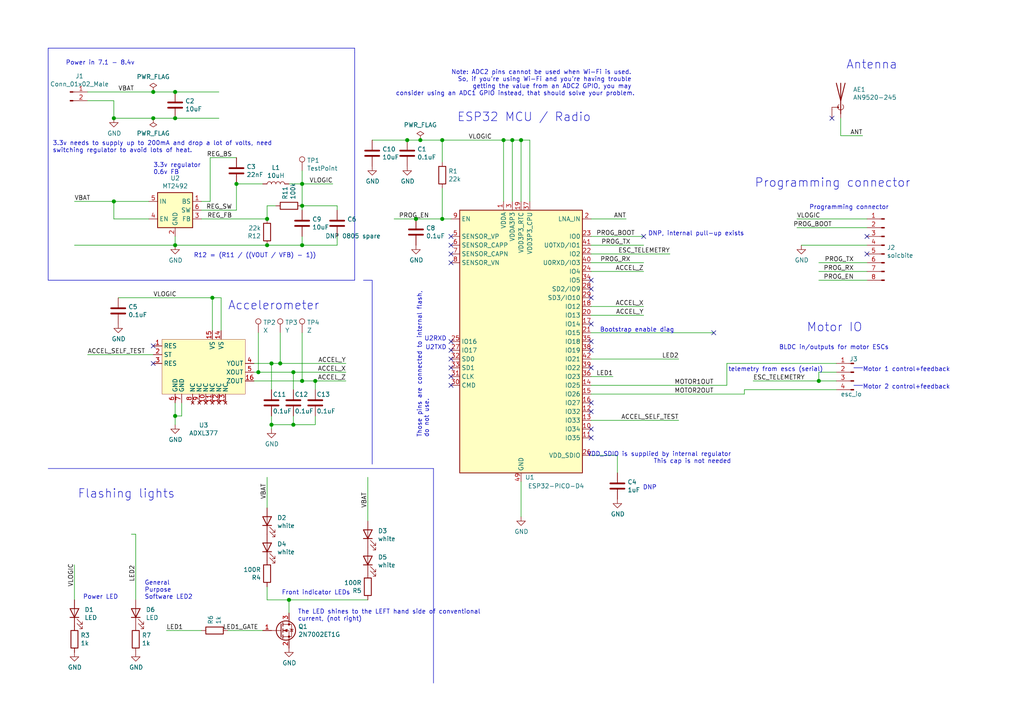
<source format=kicad_sch>
(kicad_sch (version 20201015) (generator eeschema)
  (page 1 1)
  (paper "A4")
  (title_block (title "Melty controller rev3") (date "2020-10-21"))
  (lib_symbols
    (symbol "Connector:Conn_01x04_Male" (pin_names hide)
      (property "Reference" "J" (at 0 5.08 0))
      (property "Value" "Conn_01x04_Male" (at 0 -7.62 0))
      (symbol "Conn_01x04_Male_1_1"
        (rectangle (start 0.8636 -4.953) (end 0 -5.207) (stroke (width 0.1524)) (fill (type outline)))
        (rectangle (start 0.8636 -2.413) (end 0 -2.667) (stroke (width 0.1524)) (fill (type outline)))
        (rectangle (start 0.8636 0.127) (end 0 -0.127) (stroke (width 0.1524)) (fill (type outline)))
        (rectangle (start 0.8636 2.667) (end 0 2.413) (stroke (width 0.1524)) (fill (type outline)))
        (polyline (pts (xy 1.27 -5.08) (xy 0.8636 -5.08)) (stroke (width 0.1524)))
        (polyline (pts (xy 1.27 -2.54) (xy 0.8636 -2.54)) (stroke (width 0.1524)))
        (polyline (pts (xy 1.27 0) (xy 0.8636 0)) (stroke (width 0.1524)))
        (polyline (pts (xy 1.27 2.54) (xy 0.8636 2.54)) (stroke (width 0.1524)))
        (pin passive line (at 5.08 2.54 180) (length 3.81) (name "Pin_1") (number "1"))
        (pin passive line (at 5.08 0 180) (length 3.81) (name "Pin_2") (number "2"))
        (pin passive line (at 5.08 -2.54 180) (length 3.81) (name "Pin_3") (number "3"))
        (pin passive line (at 5.08 -5.08 180) (length 3.81) (name "Pin_4") (number "4"))
      )
    )
    (symbol "Connector:Conn_01x08_Male" (pin_names hide)
      (property "Reference" "J" (at 0 10.16 0))
      (property "Value" "Conn_01x08_Male" (at 0 -12.7 0))
      (symbol "Conn_01x08_Male_1_1"
        (rectangle (start 0.8636 -10.033) (end 0 -10.287) (stroke (width 0.1524)) (fill (type outline)))
        (rectangle (start 0.8636 -7.493) (end 0 -7.747) (stroke (width 0.1524)) (fill (type outline)))
        (rectangle (start 0.8636 -4.953) (end 0 -5.207) (stroke (width 0.1524)) (fill (type outline)))
        (rectangle (start 0.8636 -2.413) (end 0 -2.667) (stroke (width 0.1524)) (fill (type outline)))
        (rectangle (start 0.8636 0.127) (end 0 -0.127) (stroke (width 0.1524)) (fill (type outline)))
        (rectangle (start 0.8636 2.667) (end 0 2.413) (stroke (width 0.1524)) (fill (type outline)))
        (rectangle (start 0.8636 5.207) (end 0 4.953) (stroke (width 0.1524)) (fill (type outline)))
        (rectangle (start 0.8636 7.747) (end 0 7.493) (stroke (width 0.1524)) (fill (type outline)))
        (polyline (pts (xy 1.27 -10.16) (xy 0.8636 -10.16)) (stroke (width 0.1524)))
        (polyline (pts (xy 1.27 -7.62) (xy 0.8636 -7.62)) (stroke (width 0.1524)))
        (polyline (pts (xy 1.27 -5.08) (xy 0.8636 -5.08)) (stroke (width 0.1524)))
        (polyline (pts (xy 1.27 -2.54) (xy 0.8636 -2.54)) (stroke (width 0.1524)))
        (polyline (pts (xy 1.27 0) (xy 0.8636 0)) (stroke (width 0.1524)))
        (polyline (pts (xy 1.27 2.54) (xy 0.8636 2.54)) (stroke (width 0.1524)))
        (polyline (pts (xy 1.27 5.08) (xy 0.8636 5.08)) (stroke (width 0.1524)))
        (polyline (pts (xy 1.27 7.62) (xy 0.8636 7.62)) (stroke (width 0.1524)))
        (pin passive line (at 5.08 7.62 180) (length 3.81) (name "Pin_1") (number "1"))
        (pin passive line (at 5.08 5.08 180) (length 3.81) (name "Pin_2") (number "2"))
        (pin passive line (at 5.08 2.54 180) (length 3.81) (name "Pin_3") (number "3"))
        (pin passive line (at 5.08 0 180) (length 3.81) (name "Pin_4") (number "4"))
        (pin passive line (at 5.08 -2.54 180) (length 3.81) (name "Pin_5") (number "5"))
        (pin passive line (at 5.08 -5.08 180) (length 3.81) (name "Pin_6") (number "6"))
        (pin passive line (at 5.08 -7.62 180) (length 3.81) (name "Pin_7") (number "7"))
        (pin passive line (at 5.08 -10.16 180) (length 3.81) (name "Pin_8") (number "8"))
      )
    )
    (symbol "Connector:TestPoint" (pin_numbers hide) (pin_names (offset 0.762) hide)
      (property "Reference" "TP" (at 0 6.858 0))
      (property "Value" "TestPoint" (at 0 5.08 0))
      (symbol "TestPoint_0_1"
        (circle (center 0 3.302) (radius 0.762))
      )
      (symbol "TestPoint_1_1"
        (pin passive line (at 0 0 90) (length 2.54) (name "1") (number "1"))
      )
    )
    (symbol "Device:Antenna_Shield" (pin_numbers hide) (pin_names hide)
      (property "Reference" "AE" (at -1.905 4.445 0))
      (property "Value" "Antenna_Shield" (at -1.905 2.54 0))
      (symbol "Antenna_Shield_0_1"
        (arc (start 0 -2.667) (end -0.508 -1.143) (radius (at -0.0254 -1.8542) (length 0.8128) (angles -88.2 124.2)))
        (arc (start 0 -2.667) (end 0.508 -1.143) (radius (at 0.0254 -1.8542) (length 0.8128) (angles -91.8 55.8)))
        (circle (center 0.762 -1.905) (radius 0.1778) (fill (type outline)))
        (polyline (pts (xy 0 -2.54) (xy 0 0)))
        (polyline (pts (xy 0 5.08) (xy 0 -3.81)) (stroke (width 0.254)))
        (polyline (pts (xy 0.762 -1.905) (xy 2.54 -1.905)))
        (polyline (pts (xy 2.54 -2.54) (xy 2.54 -1.905)))
        (polyline (pts (xy 1.27 5.08) (xy 0 0) (xy -1.27 5.08)) (stroke (width 0.254)))
      )
      (symbol "Antenna_Shield_1_1"
        (pin input line (at 0 -5.08 90) (length 2.54) (name "A") (number "1"))
        (pin input line (at 2.54 -5.08 90) (length 2.54) (name "Shield") (number "2"))
      )
    )
    (symbol "Device:C" (pin_numbers hide) (pin_names (offset 0.254))
      (property "Reference" "C" (at 0.635 2.54 0))
      (property "Value" "C" (at 0.635 -2.54 0))
      (symbol "C_0_1"
        (polyline (pts (xy -2.032 -0.762) (xy 2.032 -0.762)) (stroke (width 0.508)))
        (polyline (pts (xy -2.032 0.762) (xy 2.032 0.762)) (stroke (width 0.508)))
      )
      (symbol "C_1_1"
        (pin passive line (at 0 3.81 270) (length 2.794) (name "~") (number "1"))
        (pin passive line (at 0 -3.81 90) (length 2.794) (name "~") (number "2"))
      )
    )
    (symbol "Device:L" (pin_numbers hide) (pin_names hide)
      (property "Reference" "L" (at -1.27 0 90))
      (property "Value" "L" (at 1.905 0 90))
      (symbol "L_0_1"
        (arc (start 0 -2.54) (end 0 -1.27) (radius (at 0 -1.905) (length 0.635) (angles -89.9 89.9)))
        (arc (start 0 -1.27) (end 0 0) (radius (at 0 -0.635) (length 0.635) (angles -89.9 89.9)))
        (arc (start 0 0) (end 0 1.27) (radius (at 0 0.635) (length 0.635) (angles -89.9 89.9)))
        (arc (start 0 1.27) (end 0 2.54) (radius (at 0 1.905) (length 0.635) (angles -89.9 89.9)))
      )
      (symbol "L_1_1"
        (pin passive line (at 0 3.81 270) (length 1.27) (name "1") (number "1"))
        (pin passive line (at 0 -3.81 90) (length 1.27) (name "2") (number "2"))
      )
    )
    (symbol "Device:LED" (pin_numbers hide) (pin_names hide)
      (property "Reference" "D" (at 0 2.54 0))
      (property "Value" "LED" (at 0 -2.54 0))
      (symbol "LED_0_1"
        (polyline (pts (xy -1.27 -1.27) (xy -1.27 1.27)) (stroke (width 0.254)))
        (polyline (pts (xy -1.27 0) (xy 1.27 0)))
        (polyline (pts (xy 1.27 -1.27) (xy 1.27 1.27) (xy -1.27 0) (xy 1.27 -1.27)) (stroke (width 0.254)))
        (polyline (pts (xy -3.048 -0.762) (xy -4.572 -2.286) (xy -3.81 -2.286) (xy -4.572 -2.286) (xy -4.572 -1.524)))
        (polyline (pts (xy -1.778 -0.762) (xy -3.302 -2.286) (xy -2.54 -2.286) (xy -3.302 -2.286) (xy -3.302 -1.524)))
      )
      (symbol "LED_1_1"
        (pin passive line (at -3.81 0 0) (length 2.54) (name "K") (number "1"))
        (pin passive line (at 3.81 0 180) (length 2.54) (name "A") (number "2"))
      )
    )
    (symbol "Device:R" (pin_numbers hide) (pin_names (offset 0))
      (property "Reference" "R" (at 2.032 0 90))
      (property "Value" "R" (at 0 0 90))
      (symbol "R_0_1"
        (rectangle (start -1.016 -2.54) (end 1.016 2.54) (stroke (width 0.254)))
      )
      (symbol "R_1_1"
        (pin passive line (at 0 3.81 270) (length 1.27) (name "~") (number "1"))
        (pin passive line (at 0 -3.81 90) (length 1.27) (name "~") (number "2"))
      )
    )
    (symbol "RF_Module:ESP32-PICO-D4"
      (property "Reference" "U" (at -17.78 39.37 0))
      (property "Value" "ESP32-PICO-D4" (at 3.81 39.37 0))
      (symbol "ESP32-PICO-D4_0_1"
        (rectangle (start -17.78 38.1) (end 17.78 -38.1) (stroke (width 0.254)) (fill (type background)))
      )
      (symbol "ESP32-PICO-D4_0_0"
        (pin power_in line (at -5.08 40.64 270) (length 2.54) (name "VDDA") (number "1"))
        (pin input line (at 20.32 -25.4 180) (length 2.54) (name "IO34") (number "10"))
        (pin input line (at 20.32 -27.94 180) (length 2.54) (name "IO35") (number "11"))
        (pin bidirectional line (at 20.32 -20.32 180) (length 2.54) (name "IO32") (number "12"))
        (pin bidirectional line (at 20.32 -22.86 180) (length 2.54) (name "IO33") (number "13"))
        (pin bidirectional line (at 20.32 -12.7 180) (length 2.54) (name "IO25") (number "14"))
        (pin bidirectional line (at 20.32 -15.24 180) (length 2.54) (name "IO26") (number "15"))
        (pin bidirectional line (at 20.32 -17.78 180) (length 2.54) (name "IO27") (number "16"))
        (pin bidirectional line (at 20.32 5.08 180) (length 2.54) (name "IO14") (number "17"))
        (pin bidirectional line (at 20.32 10.16 180) (length 2.54) (name "IO12") (number "18"))
        (pin power_in line (at 0 40.64 270) (length 2.54) (name "VDD3P3_RTC") (number "19"))
        (pin bidirectional line (at 20.32 35.56 180) (length 2.54) (name "LNA_IN") (number "2"))
        (pin bidirectional line (at 20.32 7.62 180) (length 2.54) (name "IO13") (number "20"))
        (pin bidirectional line (at 20.32 2.54 180) (length 2.54) (name "IO15") (number "21"))
        (pin bidirectional line (at 20.32 25.4 180) (length 2.54) (name "IO2") (number "22"))
        (pin bidirectional line (at 20.32 30.48 180) (length 2.54) (name "IO0") (number "23"))
        (pin bidirectional line (at 20.32 20.32 180) (length 2.54) (name "IO4") (number "24"))
        (pin bidirectional line (at -20.32 0 0) (length 2.54) (name "IO16") (number "25"))
        (pin power_out line (at 20.32 -33.02 180) (length 2.54) (name "VDD_SDIO") (number "26"))
        (pin bidirectional line (at -20.32 -2.54 0) (length 2.54) (name "IO17") (number "27"))
        (pin bidirectional line (at 20.32 15.24 180) (length 2.54) (name "SD2/IO9") (number "28"))
        (pin bidirectional line (at 20.32 12.7 180) (length 2.54) (name "SD3/IO10") (number "29"))
        (pin power_in line (at -2.54 40.64 270) (length 2.54) (name "VDDA3P3") (number "3"))
        (pin bidirectional line (at -20.32 -12.7 0) (length 2.54) (name "CMD") (number "30"))
        (pin bidirectional line (at -20.32 -10.16 0) (length 2.54) (name "CLK") (number "31"))
        (pin bidirectional line (at -20.32 -5.08 0) (length 2.54) (name "SD0") (number "32"))
        (pin bidirectional line (at -20.32 -7.62 0) (length 2.54) (name "SD1") (number "33"))
        (pin bidirectional line (at 20.32 17.78 180) (length 2.54) (name "IO5") (number "34"))
        (pin bidirectional line (at 20.32 0 180) (length 2.54) (name "IO18") (number "35"))
        (pin bidirectional line (at 20.32 -10.16 180) (length 2.54) (name "IO23") (number "36"))
        (pin power_in line (at 2.54 40.64 270) (length 2.54) (name "VDD3P3_CPU") (number "37"))
        (pin bidirectional line (at 20.32 -2.54 180) (length 2.54) (name "IO19") (number "38"))
        (pin bidirectional line (at 20.32 -7.62 180) (length 2.54) (name "IO22") (number "39"))
        (pin passive line (at -2.54 40.64 270) (length 2.54) hide (name "VDDA3P3") (number "4"))
        (pin bidirectional line (at 20.32 22.86 180) (length 2.54) (name "U0RXD/IO3") (number "40"))
        (pin bidirectional line (at 20.32 27.94 180) (length 2.54) (name "U0TXD/IO1") (number "41"))
        (pin bidirectional line (at 20.32 -5.08 180) (length 2.54) (name "IO21") (number "42"))
        (pin passive line (at -5.08 40.64 270) (length 2.54) hide (name "VDDA") (number "43"))
        (pin unconnected line (at -17.78 -25.4 0) (length 2.54) hide (name "XTAL_N_NC") (number "44"))
        (pin unconnected line (at -17.78 -27.94 0) (length 2.54) hide (name "XTAL_P_NC") (number "45"))
        (pin passive line (at -5.08 40.64 270) (length 2.54) hide (name "VDDA") (number "46"))
        (pin unconnected line (at -17.78 -30.48 0) (length 2.54) hide (name "CAP2_NC") (number "47"))
        (pin unconnected line (at -17.78 -33.02 0) (length 2.54) hide (name "CAP1_NC") (number "48"))
        (pin power_in line (at 0 -40.64 90) (length 2.54) (name "GND") (number "49"))
        (pin input line (at -20.32 30.48 0) (length 2.54) (name "SENSOR_VP") (number "5"))
        (pin input line (at -20.32 27.94 0) (length 2.54) (name "SENSOR_CAPP") (number "6"))
        (pin input line (at -20.32 25.4 0) (length 2.54) (name "SENSOR_CAPN") (number "7"))
        (pin input line (at -20.32 22.86 0) (length 2.54) (name "SENSOR_VN") (number "8"))
        (pin input line (at -20.32 35.56 0) (length 2.54) (name "EN") (number "9"))
      )
    )
    (symbol "Transistor_FET:AO3400A" (pin_names hide)
      (property "Reference" "Q" (at 5.08 1.905 0))
      (property "Value" "AO3400A" (at 5.08 0 0))
      (symbol "AO3400A_0_1"
        (circle (center 1.651 0) (radius 2.794) (stroke (width 0.254)))
        (circle (center 2.54 -1.778) (radius 0.254) (fill (type outline)))
        (circle (center 2.54 1.778) (radius 0.254) (fill (type outline)))
        (polyline (pts (xy 0.254 0) (xy -2.54 0)))
        (polyline (pts (xy 0.254 1.905) (xy 0.254 -1.905)) (stroke (width 0.254)))
        (polyline (pts (xy 0.762 -1.27) (xy 0.762 -2.286)) (stroke (width 0.254)))
        (polyline (pts (xy 0.762 0.508) (xy 0.762 -0.508)) (stroke (width 0.254)))
        (polyline (pts (xy 0.762 2.286) (xy 0.762 1.27)) (stroke (width 0.254)))
        (polyline (pts (xy 2.54 2.54) (xy 2.54 1.778)))
        (polyline (pts (xy 2.54 -2.54) (xy 2.54 0) (xy 0.762 0)))
        (polyline (pts (xy 0.762 -1.778) (xy 3.302 -1.778) (xy 3.302 1.778) (xy 0.762 1.778)))
        (polyline (pts (xy 1.016 0) (xy 2.032 0.381) (xy 2.032 -0.381) (xy 1.016 0)) (fill (type outline)))
        (polyline (pts (xy 2.794 0.508) (xy 2.921 0.381) (xy 3.683 0.381) (xy 3.81 0.254)))
        (polyline (pts (xy 3.302 0.381) (xy 2.921 -0.254) (xy 3.683 -0.254) (xy 3.302 0.381)))
      )
      (symbol "AO3400A_1_1"
        (pin input line (at -5.08 0 0) (length 2.54) (name "G") (number "1"))
        (pin passive line (at 2.54 -5.08 90) (length 2.54) (name "S") (number "2"))
        (pin passive line (at 2.54 5.08 270) (length 2.54) (name "D") (number "3"))
      )
    )
    (symbol "malenki-nano-rescue:Conn_01x02_Male-Connector" (pin_names hide)
      (property "Reference" "J" (at 0 2.54 0))
      (property "Value" "Conn_01x02_Male-Connector" (at 0 -5.08 0))
      (symbol "Conn_01x02_Male-Connector_1_1"
        (rectangle (start 0.8636 -2.413) (end 0 -2.667) (fill (type outline)))
        (rectangle (start 0.8636 0.127) (end 0 -0.127) (fill (type outline)))
        (polyline (pts (xy 1.27 -2.54) (xy 0.8636 -2.54)))
        (polyline (pts (xy 1.27 0) (xy 0.8636 0)))
        (pin passive line (at 5.08 0 180) (length 3.81) (name "Pin_1") (number "1"))
        (pin passive line (at 5.08 -2.54 180) (length 3.81) (name "Pin_2") (number "2"))
      )
    )
    (symbol "malenki-nano-rescue:GND-power" (power) (pin_names (offset 0))
      (property "Value" "GND-power" (at 0 -3.81 0))
      (symbol "GND-power_0_1"
        (polyline (pts (xy 0 0) (xy 0 -1.27) (xy 1.27 -1.27) (xy 0 -2.54) (xy -1.27 -1.27) (xy 0 -1.27)))
      )
      (symbol "GND-power_1_1"
        (pin power_in line (at 0 0 270) (length 0) hide (name "GND") (number "1"))
      )
    )
    (symbol "malenki-nano-rescue:PWR_FLAG-power" (power) (pin_numbers hide) (pin_names (offset 0) hide)
      (property "Value" "PWR_FLAG-power" (at 0 3.81 0))
      (symbol "PWR_FLAG-power_0_1"
        (polyline (pts (xy 0 0) (xy 0 1.27) (xy -1.016 1.905) (xy 0 2.54) (xy 1.016 1.905) (xy 0 1.27)))
      )
      (symbol "PWR_FLAG-power_0_0"
        (pin power_out line (at 0 0 90) (length 0) (name "pwr") (number "1"))
      )
    )
    (symbol "melty1:ADXL377"
      (property "Reference" "U" (at 0 -8.89 0))
      (property "Value" "ADXL377" (at 1.27 5.08 0))
      (symbol "ADXL377_0_1"
        (rectangle (start -6.35 3.175) (end 17.78 -12.7) (stroke (width 0.001)) (fill (type background)))
      )
      (symbol "ADXL377_1_1"
        (pin input line (at -8.89 1.27 0) (length 2.54) (name "RES") (number "1"))
        (pin input line (at -8.89 -1.27 0) (length 2.54) (name "ST") (number "2"))
        (pin input line (at -8.89 -3.81 0) (length 2.54) (name "RES") (number "3"))
        (pin output line (at 20.32 -3.81 180) (length 2.54) (name "YOUT") (number "4"))
        (pin output line (at 20.32 -6.35 180) (length 2.54) (name "XOUT") (number "5"))
        (pin power_in line (at -2.54 -15.24 90) (length 2.54) (name "GND") (number "6"))
        (pin power_in line (at -0.635 -15.24 90) (length 2.54) (name "GND") (number "7"))
        (pin unconnected line (at 2.54 -15.24 90) (length 2.54) (name "NC") (number "8"))
        (pin unconnected line (at 4.445 -15.24 90) (length 2.54) (name "NC") (number "9"))
        (pin unconnected line (at 6.35 -15.24 90) (length 2.54) (name "NC") (number "10"))
        (pin unconnected line (at 8.255 -15.24 90) (length 2.54) (name "NC") (number "11"))
        (pin unconnected line (at 10.16 -15.24 90) (length 2.54) (name "NC") (number "12"))
        (pin unconnected line (at 12.065 -15.24 90) (length 2.54) (name "NC") (number "13"))
        (pin power_in line (at 10.795 5.715 270) (length 2.54) (name "VS") (number "14"))
        (pin power_in line (at 8.255 5.715 270) (length 2.54) (name "VS") (number "15"))
        (pin output line (at 20.32 -8.89 180) (length 2.54) (name "ZOUT") (number "16"))
      )
    )
    (symbol "melty1:MT2492"
      (property "Reference" "U" (at -2.54 8.89 0))
      (property "Value" "MT2492" (at -3.81 6.35 0))
      (symbol "MT2492_0_1"
        (rectangle (start -5.08 5.08) (end 5.08 -5.08) (stroke (width 0.254)) (fill (type background)))
      )
      (symbol "MT2492_1_1"
        (pin passive line (at 7.62 2.54 180) (length 2.54) (name "BS") (number "1"))
        (pin power_in line (at 0 -7.62 90) (length 2.54) (name "GND") (number "2"))
        (pin input line (at 7.62 -2.54 180) (length 2.54) (name "FB") (number "3"))
        (pin input line (at -7.62 -2.54 0) (length 2.54) (name "EN") (number "4"))
        (pin power_in line (at -7.62 2.54 0) (length 2.54) (name "IN") (number "5"))
        (pin power_out line (at 7.62 0 180) (length 2.54) (name "SW") (number "6"))
      )
    )
    (symbol "power:GND" (power) (pin_names (offset 0))
      (property "Value" "GND" (at 0 -3.81 0))
      (symbol "GND_0_1"
        (polyline (pts (xy 0 0) (xy 0 -1.27) (xy 1.27 -1.27) (xy 0 -2.54) (xy -1.27 -1.27) (xy 0 -1.27)))
      )
      (symbol "GND_1_1"
        (pin power_in line (at 0 0 270) (length 0) hide (name "GND") (number "1"))
      )
    )
  )
  (junction (at 33.02 34.29) (diameter 1.016))
  (junction (at 33.02 58.42) (diameter 1.016))
  (junction (at 44.45 26.67) (diameter 1.016))
  (junction (at 44.45 34.29) (diameter 1.016))
  (junction (at 50.8 26.67) (diameter 1.016))
  (junction (at 50.8 34.29) (diameter 1.016))
  (junction (at 50.8 71.12) (diameter 1.016))
  (junction (at 50.8 120.65) (diameter 1.016))
  (junction (at 61.595 86.36) (diameter 1.016))
  (junction (at 68.58 53.34) (diameter 1.016))
  (junction (at 74.93 107.95) (diameter 1.016))
  (junction (at 77.47 63.5) (diameter 1.016))
  (junction (at 77.47 71.12) (diameter 1.016))
  (junction (at 78.74 105.41) (diameter 1.016))
  (junction (at 78.74 123.19) (diameter 1.016))
  (junction (at 81.28 105.41) (diameter 1.016))
  (junction (at 83.82 173.99) (diameter 1.016))
  (junction (at 85.09 107.95) (diameter 1.016))
  (junction (at 85.09 123.19) (diameter 1.016))
  (junction (at 87.63 53.34) (diameter 1.016))
  (junction (at 87.63 59.69) (diameter 1.016))
  (junction (at 87.63 71.12) (diameter 1.016))
  (junction (at 87.63 110.49) (diameter 1.016))
  (junction (at 91.44 110.49) (diameter 1.016))
  (junction (at 118.11 40.64) (diameter 1.016))
  (junction (at 120.65 63.5) (diameter 1.016))
  (junction (at 121.92 40.64) (diameter 1.016))
  (junction (at 128.27 40.64) (diameter 1.016))
  (junction (at 128.27 63.5) (diameter 1.016))
  (junction (at 146.05 40.64) (diameter 1.016))
  (junction (at 148.59 40.64) (diameter 1.016))
  (junction (at 151.13 40.64) (diameter 1.016))
  (junction (at 237.49 110.49) (diameter 1.016))
  (no_connect (at 241.3 34.29))
  (no_connect (at 44.45 100.33))
  (no_connect (at 130.81 68.58))
  (no_connect (at 171.45 119.38))
  (no_connect (at 186.69 68.58))
  (no_connect (at 130.81 73.66))
  (no_connect (at 207.01 96.52))
  (no_connect (at 130.81 106.68))
  (no_connect (at 130.81 76.2))
  (no_connect (at 130.81 111.76))
  (no_connect (at 44.45 105.41))
  (no_connect (at 130.81 101.6))
  (no_connect (at 171.45 99.06))
  (no_connect (at 171.45 116.84))
  (no_connect (at 130.81 99.06))
  (no_connect (at 171.45 81.28))
  (no_connect (at 171.45 83.82))
  (no_connect (at 130.81 109.22))
  (no_connect (at 171.45 127))
  (no_connect (at 171.45 106.68))
  (no_connect (at 171.45 86.36))
  (no_connect (at 171.45 124.46))
  (no_connect (at 171.45 101.6))
  (no_connect (at 130.81 104.14))
  (no_connect (at 171.45 93.98))
  (no_connect (at 130.81 71.12))
  (no_connect (at 251.46 68.58))
  (no_connect (at 251.46 73.66))
  (wire (pts (xy 21.59 58.42) (xy 33.02 58.42)))
  (wire (pts (xy 21.59 71.12) (xy 50.8 71.12)))
  (wire (pts (xy 21.59 163.83) (xy 21.59 173.99)))
  (wire (pts (xy 25.4 26.67) (xy 44.45 26.67)))
  (wire (pts (xy 25.4 29.21) (xy 33.02 29.21)))
  (wire (pts (xy 25.4 102.87) (xy 44.45 102.87)))
  (wire (pts (xy 33.02 29.21) (xy 33.02 34.29)))
  (wire (pts (xy 33.02 34.29) (xy 44.45 34.29)))
  (wire (pts (xy 33.02 58.42) (xy 33.02 63.5)))
  (wire (pts (xy 33.02 58.42) (xy 43.18 58.42)))
  (wire (pts (xy 38.1 154.94) (xy 39.37 154.94)))
  (wire (pts (xy 39.37 173.99) (xy 39.37 154.94)))
  (wire (pts (xy 43.18 63.5) (xy 33.02 63.5)))
  (wire (pts (xy 44.45 26.67) (xy 50.8 26.67)))
  (wire (pts (xy 44.45 34.29) (xy 50.8 34.29)))
  (wire (pts (xy 48.26 182.88) (xy 58.42 182.88)))
  (wire (pts (xy 50.8 26.67) (xy 63.5 26.67)))
  (wire (pts (xy 50.8 34.29) (xy 63.5 34.29)))
  (wire (pts (xy 50.8 71.12) (xy 50.8 68.58)))
  (wire (pts (xy 50.8 71.12) (xy 77.47 71.12)))
  (wire (pts (xy 50.8 116.84) (xy 50.8 120.65)))
  (wire (pts (xy 50.8 120.65) (xy 50.8 123.19)))
  (wire (pts (xy 52.705 116.84) (xy 52.705 120.65)))
  (wire (pts (xy 52.705 120.65) (xy 50.8 120.65)))
  (wire (pts (xy 58.42 58.42) (xy 60.96 58.42)))
  (wire (pts (xy 58.42 60.96) (xy 68.58 60.96)))
  (wire (pts (xy 58.42 63.5) (xy 77.47 63.5)))
  (wire (pts (xy 60.96 45.72) (xy 68.58 45.72)))
  (wire (pts (xy 60.96 58.42) (xy 60.96 45.72)))
  (wire (pts (xy 61.595 86.36) (xy 34.29 86.36)))
  (wire (pts (xy 61.595 86.36) (xy 61.595 95.885)))
  (wire (pts (xy 64.135 86.36) (xy 61.595 86.36)))
  (wire (pts (xy 64.135 95.885) (xy 64.135 86.36)))
  (wire (pts (xy 66.04 182.88) (xy 76.2 182.88)))
  (wire (pts (xy 68.58 53.34) (xy 68.58 60.96)))
  (wire (pts (xy 68.58 53.34) (xy 76.2 53.34)))
  (wire (pts (xy 73.66 105.41) (xy 78.74 105.41)))
  (wire (pts (xy 73.66 107.95) (xy 74.93 107.95)))
  (wire (pts (xy 73.66 110.49) (xy 87.63 110.49)))
  (wire (pts (xy 74.93 96.52) (xy 74.93 107.95)))
  (wire (pts (xy 74.93 107.95) (xy 85.09 107.95)))
  (wire (pts (xy 77.47 59.69) (xy 77.47 63.5)))
  (wire (pts (xy 77.47 71.12) (xy 87.63 71.12)))
  (wire (pts (xy 77.47 138.43) (xy 77.47 147.32)))
  (wire (pts (xy 77.47 170.18) (xy 77.47 173.99)))
  (wire (pts (xy 77.47 173.99) (xy 83.82 173.99)))
  (wire (pts (xy 78.74 105.41) (xy 78.74 113.03)))
  (wire (pts (xy 78.74 105.41) (xy 81.28 105.41)))
  (wire (pts (xy 78.74 120.65) (xy 78.74 123.19)))
  (wire (pts (xy 78.74 123.19) (xy 78.74 124.46)))
  (wire (pts (xy 80.01 59.69) (xy 77.47 59.69)))
  (wire (pts (xy 81.28 96.52) (xy 81.28 105.41)))
  (wire (pts (xy 81.28 105.41) (xy 100.33 105.41)))
  (wire (pts (xy 83.82 53.34) (xy 87.63 53.34)))
  (wire (pts (xy 83.82 173.99) (xy 83.82 177.8)))
  (wire (pts (xy 83.82 173.99) (xy 106.68 173.99)))
  (wire (pts (xy 85.09 107.95) (xy 85.09 113.03)))
  (wire (pts (xy 85.09 107.95) (xy 100.33 107.95)))
  (wire (pts (xy 85.09 120.65) (xy 85.09 123.19)))
  (wire (pts (xy 85.09 123.19) (xy 78.74 123.19)))
  (wire (pts (xy 87.63 49.53) (xy 87.63 53.34)))
  (wire (pts (xy 87.63 53.34) (xy 87.63 59.69)))
  (wire (pts (xy 87.63 53.34) (xy 96.52 53.34)))
  (wire (pts (xy 87.63 59.69) (xy 87.63 60.96)))
  (wire (pts (xy 87.63 59.69) (xy 97.79 59.69)))
  (wire (pts (xy 87.63 71.12) (xy 87.63 68.58)))
  (wire (pts (xy 87.63 71.12) (xy 97.79 71.12)))
  (wire (pts (xy 87.63 96.52) (xy 87.63 110.49)))
  (wire (pts (xy 87.63 110.49) (xy 91.44 110.49)))
  (wire (pts (xy 91.44 110.49) (xy 91.44 113.03)))
  (wire (pts (xy 91.44 110.49) (xy 100.33 110.49)))
  (wire (pts (xy 91.44 120.65) (xy 91.44 123.19)))
  (wire (pts (xy 91.44 123.19) (xy 85.09 123.19)))
  (wire (pts (xy 97.79 60.96) (xy 97.79 59.69)))
  (wire (pts (xy 97.79 71.12) (xy 97.79 68.58)))
  (wire (pts (xy 106.68 138.43) (xy 106.68 151.13)))
  (wire (pts (xy 107.95 40.64) (xy 118.11 40.64)))
  (wire (pts (xy 114.3 63.5) (xy 120.65 63.5)))
  (wire (pts (xy 120.65 63.5) (xy 128.27 63.5)))
  (wire (pts (xy 121.92 40.64) (xy 118.11 40.64)))
  (wire (pts (xy 128.27 40.64) (xy 121.92 40.64)))
  (wire (pts (xy 128.27 40.64) (xy 128.27 46.99)))
  (wire (pts (xy 128.27 63.5) (xy 128.27 54.61)))
  (wire (pts (xy 130.81 63.5) (xy 128.27 63.5)))
  (wire (pts (xy 146.05 40.64) (xy 128.27 40.64)))
  (wire (pts (xy 146.05 58.42) (xy 146.05 40.64)))
  (wire (pts (xy 148.59 40.64) (xy 146.05 40.64)))
  (wire (pts (xy 148.59 40.64) (xy 148.59 58.42)))
  (wire (pts (xy 151.13 40.64) (xy 148.59 40.64)))
  (wire (pts (xy 151.13 40.64) (xy 151.13 58.42)))
  (wire (pts (xy 151.13 139.7) (xy 151.13 149.86)))
  (wire (pts (xy 153.67 40.64) (xy 151.13 40.64)))
  (wire (pts (xy 153.67 58.42) (xy 153.67 40.64)))
  (wire (pts (xy 171.45 63.5) (xy 181.61 63.5)))
  (wire (pts (xy 171.45 68.58) (xy 186.69 68.58)))
  (wire (pts (xy 171.45 71.12) (xy 186.69 71.12)))
  (wire (pts (xy 171.45 73.66) (xy 194.31 73.66)))
  (wire (pts (xy 171.45 76.2) (xy 186.69 76.2)))
  (wire (pts (xy 171.45 78.74) (xy 186.69 78.74)))
  (wire (pts (xy 171.45 88.9) (xy 186.69 88.9)))
  (wire (pts (xy 171.45 91.44) (xy 186.69 91.44)))
  (wire (pts (xy 171.45 96.52) (xy 207.01 96.52)))
  (wire (pts (xy 171.45 104.14) (xy 196.85 104.14)))
  (wire (pts (xy 171.45 109.22) (xy 177.8 109.22)))
  (wire (pts (xy 171.45 111.76) (xy 210.82 111.76)))
  (wire (pts (xy 171.45 114.3) (xy 215.9 114.3)))
  (wire (pts (xy 171.45 121.92) (xy 196.85 121.92)))
  (wire (pts (xy 171.45 132.08) (xy 179.07 132.08)))
  (wire (pts (xy 179.07 132.08) (xy 179.07 137.16)))
  (wire (pts (xy 210.82 105.41) (xy 242.57 105.41)))
  (wire (pts (xy 210.82 111.76) (xy 210.82 105.41)))
  (wire (pts (xy 215.9 113.03) (xy 215.9 114.3)))
  (wire (pts (xy 218.44 110.49) (xy 237.49 110.49)))
  (wire (pts (xy 231.14 63.5) (xy 251.46 63.5)))
  (wire (pts (xy 231.14 66.04) (xy 251.46 66.04)))
  (wire (pts (xy 232.41 71.12) (xy 251.46 71.12)))
  (wire (pts (xy 237.49 76.2) (xy 251.46 76.2)))
  (wire (pts (xy 237.49 78.74) (xy 251.46 78.74)))
  (wire (pts (xy 237.49 81.28) (xy 251.46 81.28)))
  (wire (pts (xy 237.49 107.95) (xy 237.49 110.49)))
  (wire (pts (xy 237.49 110.49) (xy 242.57 110.49)))
  (wire (pts (xy 242.57 107.95) (xy 237.49 107.95)))
  (wire (pts (xy 242.57 113.03) (xy 215.9 113.03)))
  (wire (pts (xy 243.84 39.37) (xy 243.84 34.29)))
  (wire (pts (xy 250.19 39.37) (xy 243.84 39.37)))
  (polyline (pts (xy 13.97 13.97) (xy 102.87 13.97)) (stroke (width 0) (type solid)))
  (polyline (pts (xy 13.97 81.28) (xy 13.97 13.97)) (stroke (width 0) (type solid)))
  (polyline (pts (xy 13.97 135.89) (xy 125.73 135.89)) (stroke (width 0) (type solid)))
  (polyline (pts (xy 102.87 13.97) (xy 102.87 15.24)) (stroke (width 0) (type solid)))
  (polyline (pts (xy 102.87 15.24) (xy 102.87 81.28)) (stroke (width 0) (type solid)))
  (polyline (pts (xy 102.87 81.28) (xy 13.97 81.28)) (stroke (width 0) (type solid)))
  (polyline (pts (xy 105.41 81.28) (xy 107.95 81.28)) (stroke (width 0) (type solid)))
  (polyline (pts (xy 107.95 81.28) (xy 107.95 134.62)) (stroke (width 0) (type solid)))
  (polyline (pts (xy 125.73 135.89) (xy 125.73 198.12)) (stroke (width 0) (type solid)))
  (polyline (pts (xy 247.65 106.68) (xy 250.19 106.68)) (stroke (width 0) (type solid)))
  (polyline (pts (xy 247.65 111.76) (xy 250.19 111.76)) (stroke (width 0) (type solid)))
  (text "3.3v needs to supply up to 200mA and drop a lot of volts, need\nswitching regulator to avoid lots of heat." (at 15.24 44.45 0) (effects (font (size 1.27 1.27)) (justify left bottom)))
  (text "Power in 7.1 - 8.4v" (at 19.05 19.05 0) (effects (font (size 1.27 1.27)) (justify left bottom)))
  (text "Power LED" (at 34.29 173.99 180) (effects (font (size 1.27 1.27)) (justify right bottom)))
  (text "General\nPurpose \nSoftware LED2" (at 41.91 173.99 0) (effects (font (size 1.27 1.27)) (justify left bottom)))
  (text "3.3v regulator\n0.6v FB" (at 44.45 50.8 0) (effects (font (size 1.27 1.27)) (justify left bottom)))
  (text "Flashing lights" (at 50.8 144.78 180) (effects (font (size 2.5 2.5)) (justify right bottom)))
  (text "The LED shines to the LEFT hand side of conventional\ncurrent, (not right)" (at 86.36 180.34 0) (effects (font (size 1.27 1.27)) (justify left bottom)))
  (text "R12 = (R11 / ((VOUT / VFB) - 1)) " (at 92.71 74.93 180) (effects (font (size 1.27 1.27)) (justify right bottom)))
  (text "Accelerometer" (at 92.71 90.17 180) (effects (font (size 2.5 2.5)) (justify right bottom)))
  (text "Front indicator LEDs" (at 101.6 172.72 180) (effects (font (size 1.27 1.27)) (justify right bottom)))
  (text "Those pins are connected to internal flash,\ndo not use." (at 124.46 127 90) (effects (font (size 1.27 1.27)) (justify left bottom)))
  (text "U2RXD" (at 129.54 99.06 180) (effects (font (size 1.27 1.27)) (justify right bottom)))
  (text "U2TXD" (at 129.54 101.6 180) (effects (font (size 1.27 1.27)) (justify right bottom)))
  (text "ESP32 MCU / Radio" (at 171.45 35.56 180) (effects (font (size 2.5 2.5)) (justify right bottom)))
  (text "Note: ADC2 pins cannot be used when Wi-Fi is used. \nSo, if you’re using Wi-Fi and you’re having trouble \ngetting the value from an ADC2 GPIO, you may \nconsider using an ADC1 GPIO instead, that should solve your problem." (at 184.15 27.94 0) (effects (font (size 1.27 1.27)) (justify right bottom)))
  (text "DNP, internal pull-up exists" (at 187.96 68.58 0) (effects (font (size 1.27 1.27)) (justify left bottom)))
  (text "DNP" (at 190.5 142.24 180) (effects (font (size 1.27 1.27)) (justify right bottom)))
  (text "Bootstrap enable diag" (at 195.58 96.52 180) (effects (font (size 1.27 1.27)) (justify right bottom)))
  (text "VDD_SDIO is supplied by internal regulator\nThis cap is not needed" (at 212.09 134.62 0) (effects (font (size 1.27 1.27)) (justify right bottom)))
  (text "telemetry from escs (serial)" (at 238.76 107.95 180) (effects (font (size 1.27 1.27)) (justify right bottom)))
  (text "Motor IO" (at 250.19 96.52 180) (effects (font (size 2.5 2.5)) (justify right bottom)))
  (text "Programming connector" (at 257.81 60.96 180) (effects (font (size 1.27 1.27)) (justify right bottom)))
  (text "BLDC in/outputs for motor ESCs" (at 257.81 101.6 180) (effects (font (size 1.27 1.27)) (justify right bottom)))
  (text "Antenna" (at 260.35 20.32 180) (effects (font (size 2.5 2.5)) (justify right bottom)))
  (text "Programming connector" (at 264.16 54.61 180) (effects (font (size 2.5 2.5)) (justify right bottom)))
  (text "Motor 1 control+feedback" (at 275.59 107.95 180) (effects (font (size 1.27 1.27)) (justify right bottom)))
  (text "Motor 2 control+feedback" (at 275.59 113.03 180) (effects (font (size 1.27 1.27)) (justify right bottom)))
  (label "VBAT" (at 21.59 58.42 0))
  (label "VLOGIC" (at 21.59 170.18 90))
  (label "ACCEL_SELF_TEST" (at 25.4 102.87 0))
  (label "VBAT" (at 34.29 26.67 0))
  (label "LED2" (at 39.37 163.83 270))
  (label "VLOGIC" (at 44.45 86.36 0))
  (label "LED1" (at 48.26 182.88 0))
  (label "REG_BS" (at 67.31 45.72 180))
  (label "REG_SW" (at 67.31 60.96 180))
  (label "REG_FB" (at 67.31 63.5 180))
  (label "LED1_GATE" (at 74.93 182.88 180))
  (label "VBAT" (at 77.47 144.78 90))
  (label "VLOGIC" (at 96.52 53.34 180))
  (label "ACCEL_Y" (at 100.33 105.41 180))
  (label "ACCEL_X" (at 100.33 107.95 180))
  (label "ACCEL_Z" (at 100.33 110.49 180))
  (label "VBAT" (at 106.68 147.32 90))
  (label "PROG_EN" (at 124.46 63.5 180))
  (label "VLOGIC" (at 135.89 40.64 0))
  (label "LED1" (at 177.8 109.22 180))
  (label "ANT" (at 181.61 63.5 180))
  (label "PROG_TX" (at 182.88 71.12 180))
  (label "PROG_RX" (at 182.88 76.2 180))
  (label "PROG_BOOT" (at 184.15 68.58 180))
  (label "ACCEL_Z" (at 186.69 78.74 180))
  (label "ACCEL_X" (at 186.69 88.9 180))
  (label "ACCEL_Y" (at 186.69 91.44 180))
  (label "ESC_TELEMETRY" (at 194.31 73.66 180))
  (label "LED2" (at 196.85 104.14 180))
  (label "ACCEL_SELF_TEST" (at 196.85 121.92 180))
  (label "MOTOR1OUT" (at 207.01 111.76 180))
  (label "MOTOR2OUT" (at 207.01 114.3 180))
  (label "ESC_TELEMETRY" (at 218.44 110.49 0))
  (label "VLOGIC" (at 231.14 63.5 0))
  (label "PROG_BOOT" (at 241.3 66.04 180))
  (label "PROG_TX" (at 247.65 76.2 180))
  (label "PROG_RX" (at 247.65 78.74 180))
  (label "PROG_EN" (at 247.65 81.28 180))
  (label "ANT" (at 250.19 39.37 180))
  (symbol (lib_id "malenki-nano-rescue:PWR_FLAG-power") (at 44.45 26.67 0) (unit 1)
    (property "Reference" "#FLG0101" (effects hide))
    (property "Value" "PWR_FLAG" (at 44.45 22.2758 0))
  )
  (symbol (lib_id "malenki-nano-rescue:PWR_FLAG-power") (at 44.45 34.29 180) (unit 1)
    (property "Reference" "#FLG0102" (effects hide))
    (property "Value" "PWR_FLAG" (at 44.45 38.6842 0))
  )
  (symbol (lib_id "malenki-nano-rescue:PWR_FLAG-power") (at 121.92 40.64 0) (unit 1)
    (property "Reference" "#FLG0103" (effects hide))
    (property "Value" "PWR_FLAG" (at 121.92 36.2458 0))
  )
  (symbol (lib_id "Connector:TestPoint") (at 74.93 96.52 0) (unit 1)
    (property "Reference" "TP2" (at 76.3271 93.5291 0) (effects (justify left)))
    (property "Value" "X" (at 76.327 95.828 0) (effects (justify left)))
    (property "Footprint" "TestPoint:TestPoint_Pad_1.5x1.5mm" (effects hide))
  )
  (symbol (lib_id "Connector:TestPoint") (at 81.28 96.52 0) (unit 1)
    (property "Reference" "TP3" (at 82.6771 93.5291 0) (effects (justify left)))
    (property "Value" "Y" (at 82.677 95.828 0) (effects (justify left)))
    (property "Footprint" "TestPoint:TestPoint_Pad_1.5x1.5mm" (effects hide))
  )
  (symbol (lib_id "Connector:TestPoint") (at 87.63 49.53 0) (unit 1)
    (property "Reference" "TP1" (at 89.0271 46.5391 0) (effects (justify left)))
    (property "Value" "TestPoint" (at 89.0271 48.8378 0) (effects (justify left)))
    (property "Footprint" "TestPoint:TestPoint_Pad_1.5x1.5mm" (effects hide))
  )
  (symbol (lib_id "Connector:TestPoint") (at 87.63 96.52 0) (unit 1)
    (property "Reference" "TP4" (at 89.0271 93.5291 0) (effects (justify left)))
    (property "Value" "Z" (at 89.027 95.828 0) (effects (justify left)))
    (property "Footprint" "TestPoint:TestPoint_Pad_1.5x1.5mm" (effects hide))
  )
  (symbol (lib_id "Device:L") (at 80.01 53.34 90) (unit 1)
    (property "Reference" "L1" (at 80.01 48.6218 90))
    (property "Value" "10uH" (at 80.01 50.9205 90))
    (property "Footprint" "Inductor_SMD:L_1210_3225Metric" (effects hide))
    (property "LCSC" "C250231" (effects hide))
  )
  (symbol (lib_id "power:GND") (at 21.59 189.23 0) (unit 1)
    (property "Reference" "#PWR05" (effects hide))
    (property "Value" "GND" (at 21.7043 193.5544 0))
  )
  (symbol (lib_id "malenki-nano-rescue:GND-power") (at 33.02 34.29 0) (unit 1)
    (property "Reference" "#PWR0101" (effects hide))
    (property "Value" "GND" (at 33.147 38.6842 0))
  )
  (symbol (lib_id "power:GND") (at 34.29 93.98 0) (unit 1)
    (property "Reference" "#PWR08" (effects hide))
    (property "Value" "GND" (at 34.4043 98.3044 0))
  )
  (symbol (lib_id "power:GND") (at 39.37 189.23 0) (unit 1)
    (property "Reference" "#PWR07" (effects hide))
    (property "Value" "GND" (at 39.4843 193.5544 0))
  )
  (symbol (lib_id "malenki-nano-rescue:GND-power") (at 50.8 71.12 0) (unit 1)
    (property "Reference" "#PWR014" (effects hide))
    (property "Value" "GND" (at 50.927 75.5142 0))
  )
  (symbol (lib_id "power:GND") (at 50.8 123.19 0) (unit 1)
    (property "Reference" "#PWR09" (effects hide))
    (property "Value" "GND" (at 50.9143 127.5144 0))
  )
  (symbol (lib_id "power:GND") (at 78.74 124.46 0) (unit 1)
    (property "Reference" "#PWR010" (effects hide))
    (property "Value" "GND" (at 78.8543 128.7844 0))
  )
  (symbol (lib_id "power:GND") (at 83.82 187.96 0) (unit 1)
    (property "Reference" "#PWR06" (effects hide))
    (property "Value" "GND" (at 83.9343 192.2844 0))
  )
  (symbol (lib_id "power:GND") (at 107.95 48.26 0) (unit 1)
    (property "Reference" "#PWR04" (effects hide))
    (property "Value" "GND" (at 108.0643 52.5844 0))
  )
  (symbol (lib_id "power:GND") (at 118.11 48.26 0) (unit 1)
    (property "Reference" "#PWR01" (effects hide))
    (property "Value" "GND" (at 118.2243 52.5844 0))
  )
  (symbol (lib_id "power:GND") (at 120.65 71.12 0) (unit 1)
    (property "Reference" "#PWR013" (effects hide))
    (property "Value" "GND" (at 120.7643 75.4444 0))
  )
  (symbol (lib_id "power:GND") (at 151.13 149.86 0) (unit 1)
    (property "Reference" "#PWR02" (effects hide))
    (property "Value" "GND" (at 151.2443 154.1844 0))
  )
  (symbol (lib_id "power:GND") (at 179.07 144.78 0) (unit 1)
    (property "Reference" "#PWR03" (effects hide))
    (property "Value" "GND" (at 179.1843 149.1044 0))
  )
  (symbol (lib_id "power:GND") (at 232.41 71.12 0) (unit 1)
    (property "Reference" "#PWR0102" (effects hide))
    (property "Value" "GND" (at 232.5243 75.4444 0))
  )
  (symbol (lib_id "Device:R") (at 21.59 185.42 0) (unit 1)
    (property "Reference" "R3" (at 23.3681 184.2706 0) (effects (justify left)))
    (property "Value" "1k" (at 23.3681 186.5693 0) (effects (justify left)))
    (property "Footprint" "Resistor_SMD:R_0603_1608Metric" (effects hide))
  )
  (symbol (lib_id "Device:R") (at 39.37 185.42 0) (unit 1)
    (property "Reference" "R7" (at 41.1481 184.2706 0) (effects (justify left)))
    (property "Value" "1k" (at 41.148 186.569 0) (effects (justify left)))
    (property "Footprint" "Resistor_SMD:R_0603_1608Metric" (effects hide))
  )
  (symbol (lib_id "Device:R") (at 62.23 182.88 90) (unit 1)
    (property "Reference" "R6" (at 61.0806 181.1019 0) (effects (justify left)))
    (property "Value" "1k" (at 63.3793 181.1019 0) (effects (justify left)))
    (property "Footprint" "Resistor_SMD:R_0603_1608Metric" (effects hide))
    (property "LCSC" "C21190" (effects hide))
  )
  (symbol (lib_id "Device:R") (at 77.47 67.31 180) (unit 1)
    (property "Reference" "R12" (at 75.6919 68.4594 0) (effects (justify left)))
    (property "Value" "22k" (at 75.692 66.161 0) (effects (justify left)))
    (property "Footprint" "Resistor_SMD:R_0603_1608Metric" (effects hide))
    (property "LCSC" " C31850 " (effects hide))
  )
  (symbol (lib_id "Device:R") (at 77.47 166.37 180) (unit 1)
    (property "Reference" "R4" (at 75.6919 167.5194 0) (effects (justify left)))
    (property "Value" "100R" (at 75.6919 165.2207 0) (effects (justify left)))
    (property "Footprint" "Resistor_SMD:R_0603_1608Metric" (effects hide))
    (property "LCSC" "C22775" (effects hide))
  )
  (symbol (lib_id "Device:R") (at 83.82 59.69 90) (unit 1)
    (property "Reference" "R11" (at 82.6706 57.9119 0) (effects (justify left)))
    (property "Value" "100k" (at 84.9693 57.9119 0) (effects (justify left)))
    (property "Footprint" "Resistor_SMD:R_0603_1608Metric" (effects hide))
    (property "LCSC" "C25803" (effects hide))
  )
  (symbol (lib_id "Device:R") (at 106.68 170.18 180) (unit 1)
    (property "Reference" "R5" (at 104.9019 171.3294 0) (effects (justify left)))
    (property "Value" "100R" (at 104.9019 169.0307 0) (effects (justify left)))
    (property "Footprint" "Resistor_SMD:R_0603_1608Metric" (effects hide))
    (property "LCSC" "C22775" (effects hide))
  )
  (symbol (lib_id "Device:R") (at 128.27 50.8 0) (unit 1)
    (property "Reference" "R1" (at 130.0481 49.6506 0) (effects (justify left)))
    (property "Value" "22k" (at 130.0481 51.9493 0) (effects (justify left)))
    (property "Footprint" "Resistor_SMD:R_0603_1608Metric" (effects hide))
    (property "LCSC" " C31850 " (effects hide))
  )
  (symbol (lib_id "malenki-nano-rescue:Conn_01x02_Male-Connector") (at 20.32 26.67 0) (unit 1)
    (property "Reference" "J1" (at 23.0632 22.0726 0))
    (property "Value" "Conn_01x02_Male" (at 23.0632 24.384 0))
    (property "Footprint" "Connector_Wire:SolderWire-0.5sqmm_1x02_P4.6mm_D0.9mm_OD2.1mm" (effects hide))
  )
  (symbol (lib_id "Device:LED") (at 21.59 177.8 90) (unit 1)
    (property "Reference" "D1" (at 24.5111 176.8411 90) (effects (justify right)))
    (property "Value" "LED" (at 24.5111 179.1398 90) (effects (justify right)))
    (property "Footprint" "LED_SMD:LED_0805_2012Metric" (effects hide))
    (property "LCSC" "C192318" (effects hide))
  )
  (symbol (lib_id "Device:LED") (at 39.37 177.8 90) (unit 1)
    (property "Reference" "D6" (at 42.2911 176.8411 90) (effects (justify right)))
    (property "Value" "LED" (at 42.2911 179.1398 90) (effects (justify right)))
    (property "Footprint" "LED_SMD:LED_0805_2012Metric" (effects hide))
    (property "LCSC" "C192318" (effects hide))
  )
  (symbol (lib_id "Device:LED") (at 77.47 151.13 90) (unit 1)
    (property "Reference" "D2" (at 80.3911 150.1711 90) (effects (justify right)))
    (property "Value" "white" (at 80.391 152.47 90) (effects (justify right)))
    (property "Footprint" "LED_SMD:LED_0805_2012Metric" (effects hide))
  )
  (symbol (lib_id "Device:LED") (at 77.47 158.75 90) (unit 1)
    (property "Reference" "D4" (at 80.3911 157.7911 90) (effects (justify right)))
    (property "Value" "white" (at 80.3911 160.0898 90) (effects (justify right)))
    (property "Footprint" "LED_SMD:LED_0805_2012Metric" (effects hide))
  )
  (symbol (lib_id "Device:LED") (at 106.68 154.94 90) (unit 1)
    (property "Reference" "D3" (at 109.6011 153.9811 90) (effects (justify right)))
    (property "Value" "white" (at 109.6011 156.2798 90) (effects (justify right)))
    (property "Footprint" "LED_SMD:LED_0805_2012Metric" (effects hide))
  )
  (symbol (lib_id "Device:LED") (at 106.68 162.56 90) (unit 1)
    (property "Reference" "D5" (at 109.6011 161.6011 90) (effects (justify right)))
    (property "Value" "white" (at 109.6011 163.8998 90) (effects (justify right)))
    (property "Footprint" "LED_SMD:LED_0805_2012Metric" (effects hide))
  )
  (symbol (lib_id "Device:C") (at 34.29 90.17 0) (unit 1)
    (property "Reference" "C5" (at 37.211 89.0016 0) (effects (justify left)))
    (property "Value" "0.1uF" (at 37.211 91.313 0) (effects (justify left)))
    (property "Footprint" "Capacitor_SMD:C_0603_1608Metric" (effects hide))
    (property "LCSC" "C1591" (effects hide))
  )
  (symbol (lib_id "Device:C") (at 50.8 30.48 0) (unit 1)
    (property "Reference" "C2" (at 53.721 29.3116 0) (effects (justify left)))
    (property "Value" "10uF" (at 53.721 31.623 0) (effects (justify left)))
    (property "Footprint" "Capacitor_SMD:C_0603_1608Metric" (effects hide))
    (property "LCSC" "C19702" (effects hide))
  )
  (symbol (lib_id "Device:C") (at 68.58 49.53 0) (unit 1)
    (property "Reference" "C3" (at 71.501 48.3616 0) (effects (justify left)))
    (property "Value" "22nF" (at 71.501 50.673 0) (effects (justify left)))
    (property "Footprint" "Capacitor_SMD:C_0603_1608Metric" (effects hide))
    (property "LCSC" "C21122" (effects hide))
  )
  (symbol (lib_id "Device:C") (at 78.74 116.84 0) (unit 1)
    (property "Reference" "C11" (at 79.121 114.402 0) (effects (justify left)))
    (property "Value" "0.1uF" (at 79.121 119.253 0) (effects (justify left)))
    (property "Footprint" "Capacitor_SMD:C_0603_1608Metric" (effects hide))
    (property "LCSC" "C1591" (effects hide))
  )
  (symbol (lib_id "Device:C") (at 85.09 116.84 0) (unit 1)
    (property "Reference" "C12" (at 85.471 114.402 0) (effects (justify left)))
    (property "Value" "0.1uF" (at 85.471 119.253 0) (effects (justify left)))
    (property "Footprint" "Capacitor_SMD:C_0603_1608Metric" (effects hide))
    (property "LCSC" "C1591" (effects hide))
  )
  (symbol (lib_id "Device:C") (at 87.63 64.77 0) (unit 1)
    (property "Reference" "C9" (at 90.551 63.6016 0) (effects (justify left)))
    (property "Value" "10uF" (at 90.551 65.913 0) (effects (justify left)))
    (property "Footprint" "Capacitor_SMD:C_0603_1608Metric" (effects hide))
    (property "LCSC" "C19702" (effects hide))
  )
  (symbol (lib_id "Device:C") (at 91.44 116.84 0) (unit 1)
    (property "Reference" "C13" (at 91.821 114.402 0) (effects (justify left)))
    (property "Value" "0.1uF" (at 91.821 119.253 0) (effects (justify left)))
    (property "Footprint" "Capacitor_SMD:C_0603_1608Metric" (effects hide))
    (property "LCSC" "C1591" (effects hide))
  )
  (symbol (lib_id "Device:C") (at 97.79 64.77 0) (unit 1)
    (property "Reference" "C6" (at 100.711 63.6016 0) (effects (justify left)))
    (property "Value" "DNP 0805 spare" (at 94.361 68.453 0) (effects (justify left)))
    (property "Footprint" "Capacitor_SMD:C_0805_2012Metric_Pad1.18x1.45mm_HandSolder" (effects hide))
    (property "LCSC" "C19702" (effects hide))
  )
  (symbol (lib_id "Device:C") (at 107.95 44.45 0) (unit 1)
    (property "Reference" "C10" (at 110.871 43.282 0) (effects (justify left)))
    (property "Value" "10uF" (at 110.871 45.593 0) (effects (justify left)))
    (property "Footprint" "Capacitor_SMD:C_0603_1608Metric" (effects hide))
    (property "LCSC" "C19702" (effects hide))
  )
  (symbol (lib_id "Device:C") (at 118.11 44.45 0) (unit 1)
    (property "Reference" "C1" (at 121.031 43.2816 0) (effects (justify left)))
    (property "Value" "0.1uF" (at 121.031 45.593 0) (effects (justify left)))
    (property "Footprint" "Capacitor_SMD:C_0603_1608Metric" (effects hide))
    (property "LCSC" "C1591" (effects hide))
  )
  (symbol (lib_id "Device:C") (at 120.65 67.31 0) (unit 1)
    (property "Reference" "C8" (at 123.571 66.1416 0) (effects (justify left)))
    (property "Value" "0.1uF" (at 123.571 68.453 0) (effects (justify left)))
    (property "Footprint" "Capacitor_SMD:C_0603_1608Metric" (effects hide))
    (property "LCSC" "C1591" (effects hide))
  )
  (symbol (lib_id "Device:C") (at 179.07 140.97 0) (unit 1)
    (property "Reference" "C4" (at 181.991 139.8016 0) (effects (justify left)))
    (property "Value" "1uF" (at 181.991 142.113 0) (effects (justify left)))
    (property "Footprint" "Capacitor_SMD:C_0603_1608Metric" (effects hide))
    (property "LCSC" "C15849" (effects hide))
  )
  (symbol (lib_id "Device:Antenna_Shield") (at 243.84 29.21 0) (mirror y) (unit 1)
    (property "Reference" "AE1" (at 247.3961 25.9651 0) (effects (justify right)))
    (property "Value" " AN9520-245 " (at 247.3961 28.2638 0) (effects (justify right)))
    (property "Footprint" "melty-controller:AN9520-245" (effects hide))
    (property "Datasheet" "https://datasheet.lcsc.com/szlcsc/Rainsun-microwave-Tech-AN9520-245_C99665.pdf" (effects hide))
    (property "LCSC" "C99665" (effects hide))
  )
  (symbol (lib_id "Connector:Conn_01x04_Male") (at 247.65 107.95 0) (mirror y) (unit 1)
    (property "Reference" "J3" (at 246.38 104.14 0) (effects (justify right)))
    (property "Value" "esc_io" (at 243.84 114.3 0) (effects (justify right)))
    (property "Footprint" "Connector_PinHeader_2.00mm:PinHeader_1x04_P2.00mm_Vertical" (effects hide))
  )
  (symbol (lib_id "Connector:Conn_01x08_Male") (at 256.54 71.12 0) (mirror y) (unit 1)
    (property "Reference" "J2" (at 257.2513 71.7994 0) (effects (justify right)))
    (property "Value" "soicbite" (at 257.251 74.098 0) (effects (justify right)))
    (property "Footprint" "melty-controller:SOIC_clipProgSmall" (effects hide))
  )
  (symbol (lib_id "Transistor_FET:AO3400A") (at 81.28 182.88 0) (unit 1)
    (property "Reference" "Q1" (at 86.4871 181.7306 0) (effects (justify left)))
    (property "Value" "2N7002ET1G" (at 86.487 184.029 0) (effects (justify left)))
    (property "Footprint" "Package_TO_SOT_SMD:SOT-23" (effects hide))
    (property "Datasheet" "https://datasheet.lcsc.com/szlcsc/1912111436_ON-Semiconductor-2N7002ET1G_C71533.pdf" (effects hide))
    (property "LCSC" "C71533" (effects hide))
  )
  (symbol (lib_id "melty1:MT2492") (at 50.8 60.96 0) (unit 1)
    (property "Reference" "U2" (at 50.8 51.6698 0))
    (property "Value" "MT2492" (at 50.8 53.9685 0))
    (property "Footprint" "Package_TO_SOT_SMD:SOT-23-6" (effects hide))
    (property "Datasheet" "https://datasheet.lcsc.com/szlcsc/1810262207_XI-AN-Aerosemi-Tech-MT2492_C89358.pdf" (effects hide))
    (property "LCSC" "C89358" (effects hide))
  )
  (symbol (lib_id "melty1:ADXL377") (at 53.34 101.6 0) (unit 1)
    (property "Reference" "U3" (at 59.055 123.3234 0))
    (property "Value" "ADXL377" (at 59.055 125.6221 0))
    (property "Footprint" "melty-controller:QFN-16-extralong" (effects hide))
  )
  (symbol (lib_id "RF_Module:ESP32-PICO-D4") (at 151.13 99.06 0) (unit 1)
    (property "Reference" "U1" (at 153.67 138.43 0))
    (property "Value" "ESP32-PICO-D4" (at 161.29 140.97 0))
    (property "Footprint" "melty-controller:esp32-pico-special" (effects hide))
    (property "Datasheet" "https://www.espressif.com/sites/default/files/documentation/esp32-pico-d4_datasheet_en.pdf" (effects hide))
    (property "LCSC" "C193707" (effects hide))
  )
)
</source>
